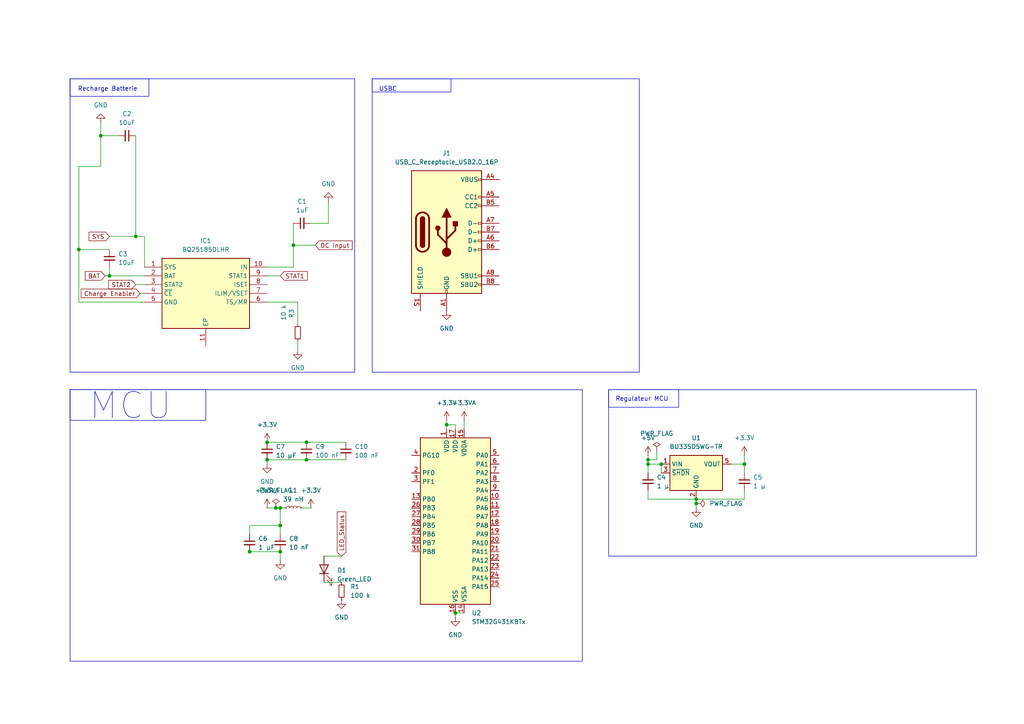
<source format=kicad_sch>
(kicad_sch (version 20231120) (generator "eeschema") (generator_version "8.0")
  (paper "A4")
  (title_block (title "PCB : Batterie Veste Lumineuse") (company "ENSEA") (comment 1 "Clément Servaes") (comment 2 "Léonard Navizet"))
  (lib_symbols
    (symbol "BQ25185DLHR:BQ25185DLHR"
      (property "Reference" "IC" (at 31.75 7.62 0))
      (property "Value" "BQ25185DLHR" (at 31.75 5.08 0))
      (symbol "BQ25185DLHR_1_1"
        (rectangle (start 5.08 2.54) (end 30.48 -17.78) (stroke (width 0.254)) (fill (type background)))
        (pin passive line (at 0 0 0) (length 5.08) (name "SYS") (number "1"))
        (pin passive line (at 35.56 0 180) (length 5.08) (name "IN") (number "10"))
        (pin passive line (at 17.78 -22.86 90) (length 5.08) (name "EP") (number "11"))
        (pin passive line (at 0 -2.54 0) (length 5.08) (name "BAT") (number "2"))
        (pin passive line (at 0 -5.08 0) (length 5.08) (name "STAT2") (number "3"))
        (pin passive line (at 0 -7.62 0) (length 5.08) (name "~{CE}") (number "4"))
        (pin passive line (at 0 -10.16 0) (length 5.08) (name "GND") (number "5"))
        (pin passive line (at 35.56 -10.16 180) (length 5.08) (name "TS/MR") (number "6"))
        (pin passive line (at 35.56 -7.62 180) (length 5.08) (name "ILIM/VSET") (number "7"))
        (pin passive line (at 35.56 -5.08 180) (length 5.08) (name "ISET") (number "8"))
        (pin passive line (at 35.56 -2.54 180) (length 5.08) (name "STAT1") (number "9"))
      )
    )
    (symbol "Connector:USB_C_Receptacle_USB2.0_16P" (pin_names (offset 1.016))
      (property "Reference" "J" (at 0 22.225 0))
      (property "Value" "USB_C_Receptacle_USB2.0_16P" (at 0 19.685 0))
      (symbol "USB_C_Receptacle_USB2.0_16P_0_0"
        (rectangle (start -0.254 -17.78) (end 0.254 -16.764))
        (rectangle (start 10.16 -14.986) (end 9.144 -15.494))
        (rectangle (start 10.16 -12.446) (end 9.144 -12.954))
        (rectangle (start 10.16 -4.826) (end 9.144 -5.334))
        (rectangle (start 10.16 -2.286) (end 9.144 -2.794))
        (rectangle (start 10.16 0.254) (end 9.144 -0.254))
        (rectangle (start 10.16 2.794) (end 9.144 2.286))
        (rectangle (start 10.16 7.874) (end 9.144 7.366))
        (rectangle (start 10.16 10.414) (end 9.144 9.906))
        (rectangle (start 10.16 15.494) (end 9.144 14.986))
      )
      (symbol "USB_C_Receptacle_USB2.0_16P_0_1"
        (rectangle (start -10.16 17.78) (end 10.16 -17.78) (stroke (width 0.254)) (fill (type background)))
        (arc (start -8.89 -3.81) (mid -6.985 -5.7067) (end -5.08 -3.81) (stroke (width 0.508)))
        (arc (start -7.62 -3.81) (mid -6.985 -4.4423) (end -6.35 -3.81) (stroke (width 0.254)))
        (arc (start -7.62 -3.81) (mid -6.985 -4.4423) (end -6.35 -3.81) (stroke (width 0.254)) (fill (type outline)))
        (rectangle (start -7.62 -3.81) (end -6.35 3.81) (stroke (width 0.254)) (fill (type outline)))
        (arc (start -6.35 3.81) (mid -6.985 4.4423) (end -7.62 3.81) (stroke (width 0.254)))
        (arc (start -6.35 3.81) (mid -6.985 4.4423) (end -7.62 3.81) (stroke (width 0.254)) (fill (type outline)))
        (arc (start -5.08 3.81) (mid -6.985 5.7067) (end -8.89 3.81) (stroke (width 0.508)))
        (circle (center -2.54 1.143) (radius 0.635) (stroke (width 0.254)) (fill (type outline)))
        (circle (center 0 -5.842) (radius 1.27) (fill (type outline)))
        (polyline (pts (xy -8.89 -3.81) (xy -8.89 3.81)) (stroke (width 0.508)))
        (polyline (pts (xy -5.08 3.81) (xy -5.08 -3.81)) (stroke (width 0.508)))
        (polyline (pts (xy 0 -5.842) (xy 0 4.318)) (stroke (width 0.508)))
        (polyline (pts (xy 0 -3.302) (xy -2.54 -0.762) (xy -2.54 0.508)) (stroke (width 0.508)))
        (polyline (pts (xy 0 -2.032) (xy 2.54 0.508) (xy 2.54 1.778)) (stroke (width 0.508)))
        (polyline (pts (xy -1.27 4.318) (xy 0 6.858) (xy 1.27 4.318) (xy -1.27 4.318)) (stroke (width 0.254)) (fill (type outline)))
        (rectangle (start 1.905 1.778) (end 3.175 3.048) (stroke (width 0.254)) (fill (type outline)))
      )
      (symbol "USB_C_Receptacle_USB2.0_16P_1_1"
        (pin passive line (at 0 -22.86 90) (length 5.08) (name "GND") (number "A1"))
        (pin passive line (at 0 -22.86 90) (length 5.08) hide (name "GND") (number "A12"))
        (pin passive line (at 15.24 15.24 180) (length 5.08) (name "VBUS") (number "A4"))
        (pin bidirectional line (at 15.24 10.16 180) (length 5.08) (name "CC1") (number "A5"))
        (pin bidirectional line (at 15.24 -2.54 180) (length 5.08) (name "D+") (number "A6"))
        (pin bidirectional line (at 15.24 2.54 180) (length 5.08) (name "D-") (number "A7"))
        (pin bidirectional line (at 15.24 -12.7 180) (length 5.08) (name "SBU1") (number "A8"))
        (pin passive line (at 15.24 15.24 180) (length 5.08) hide (name "VBUS") (number "A9"))
        (pin passive line (at 0 -22.86 90) (length 5.08) hide (name "GND") (number "B1"))
        (pin passive line (at 0 -22.86 90) (length 5.08) hide (name "GND") (number "B12"))
        (pin passive line (at 15.24 15.24 180) (length 5.08) hide (name "VBUS") (number "B4"))
        (pin bidirectional line (at 15.24 7.62 180) (length 5.08) (name "CC2") (number "B5"))
        (pin bidirectional line (at 15.24 -5.08 180) (length 5.08) (name "D+") (number "B6"))
        (pin bidirectional line (at 15.24 0 180) (length 5.08) (name "D-") (number "B7"))
        (pin bidirectional line (at 15.24 -15.24 180) (length 5.08) (name "SBU2") (number "B8"))
        (pin passive line (at 15.24 15.24 180) (length 5.08) hide (name "VBUS") (number "B9"))
        (pin passive line (at -7.62 -22.86 90) (length 5.08) (name "SHIELD") (number "S1"))
      )
    )
    (symbol "Device:C_Small" (pin_numbers hide) (pin_names (offset 0.254) hide)
      (property "Reference" "C" (at 0.254 1.778 0))
      (property "Value" "C_Small" (at 0.254 -2.032 0))
      (symbol "C_Small_0_1"
        (polyline (pts (xy -1.524 -0.508) (xy 1.524 -0.508)) (stroke (width 0.3302)))
        (polyline (pts (xy -1.524 0.508) (xy 1.524 0.508)) (stroke (width 0.3048)))
      )
      (symbol "C_Small_1_1"
        (pin passive line (at 0 2.54 270) (length 2.032) (name "~") (number "1"))
        (pin passive line (at 0 -2.54 90) (length 2.032) (name "~") (number "2"))
      )
    )
    (symbol "Device:LED" (pin_numbers hide) (pin_names (offset 1.016) hide)
      (property "Reference" "D" (at -2.54 0 90))
      (property "Value" "LED" (at 2.54 0 90))
      (symbol "LED_0_1"
        (polyline (pts (xy 0 -1.27) (xy 0 1.27)))
        (polyline (pts (xy 1.27 -1.27) (xy -1.27 -1.27)) (stroke (width 0.254)))
        (polyline (pts (xy 1.27 1.27) (xy -1.27 1.27) (xy 0 -1.27) (xy 1.27 1.27)) (stroke (width 0.254)))
        (polyline (pts (xy 0.762 -3.048) (xy 2.286 -4.572) (xy 2.286 -3.81) (xy 2.286 -4.572) (xy 1.524 -4.572)))
        (polyline (pts (xy 0.762 -1.778) (xy 2.286 -3.302) (xy 2.286 -2.54) (xy 2.286 -3.302) (xy 1.524 -3.302)))
      )
      (symbol "LED_1_1"
        (pin passive line (at 0 -3.81 90) (length 2.54) (name "K") (number "1"))
        (pin passive line (at 0 3.81 270) (length 2.54) (name "A") (number "2"))
      )
    )
    (symbol "Device:L_Small" (pin_numbers hide) (pin_names (offset 0.254) hide)
      (property "Reference" "L" (at 16.764 -3.048 90))
      (property "Value" "L_Small" (at 18.796 -3.048 90))
      (symbol "L_Small_0_1"
        (arc (start 16.764 -3.81) (mid 16.256 -3.3042) (end 15.748 -3.81))
        (arc (start 17.78 -3.81) (mid 17.272 -3.3042) (end 16.764 -3.81))
        (arc (start 18.796 -3.81) (mid 18.288 -3.3042) (end 17.78 -3.81))
        (arc (start 19.812 -3.81) (mid 19.304 -3.3042) (end 18.796 -3.81))
      )
      (symbol "L_Small_1_1"
        (pin passive line (at 15.24 -3.81 0) (length 0.508) (name "~") (number "1"))
        (pin passive line (at 20.32 -3.81 180) (length 0.508) (name "~") (number "2"))
      )
    )
    (symbol "Device:R_Small" (pin_numbers hide) (pin_names (offset 0.254) hide)
      (property "Reference" "R" (at 0.762 0.508 0))
      (property "Value" "R_Small" (at 0.762 -1.016 0))
      (symbol "R_Small_0_1"
        (rectangle (start -0.762 1.778) (end 0.762 -1.778) (stroke (width 0.2032)))
      )
      (symbol "R_Small_1_1"
        (pin passive line (at 0 2.54 270) (length 0.762) (name "~") (number "1"))
        (pin passive line (at 0 -2.54 90) (length 0.762) (name "~") (number "2"))
      )
    )
    (symbol "MCU_ST_STM32G4:STM32G431KBTx"
      (property "Reference" "U" (at -10.16 26.67 0))
      (property "Value" "STM32G431KBTx" (at 5.08 26.67 0))
      (symbol "STM32G431KBTx_0_1"
        (rectangle (start -10.16 -22.86) (end 10.16 25.4) (stroke (width 0.254)) (fill (type background)))
      )
      (symbol "STM32G431KBTx_1_1"
        (pin power_in line (at -2.54 27.94 270) (length 2.54) (name "VDD") (number "1"))
        (pin bidirectional line (at 12.7 7.62 180) (length 2.54) (name "PA5") (number "10"))
        (pin bidirectional line (at 12.7 5.08 180) (length 2.54) (name "PA6") (number "11"))
        (pin bidirectional line (at 12.7 2.54 180) (length 2.54) (name "PA7") (number "12"))
        (pin bidirectional line (at -12.7 7.62 0) (length 2.54) (name "PB0") (number "13"))
        (pin power_in line (at 2.54 -25.4 90) (length 2.54) (name "VSSA") (number "14"))
        (pin power_in line (at 2.54 27.94 270) (length 2.54) (name "VDDA") (number "15"))
        (pin power_in line (at 0 -25.4 90) (length 2.54) (name "VSS") (number "16"))
        (pin power_in line (at 0 27.94 270) (length 2.54) (name "VDD") (number "17"))
        (pin bidirectional line (at 12.7 0 180) (length 2.54) (name "PA8") (number "18"))
        (pin bidirectional line (at 12.7 -2.54 180) (length 2.54) (name "PA9") (number "19"))
        (pin bidirectional line (at -12.7 15.24 0) (length 2.54) (name "PF0") (number "2"))
        (pin bidirectional line (at 12.7 -5.08 180) (length 2.54) (name "PA10") (number "20"))
        (pin bidirectional line (at 12.7 -7.62 180) (length 2.54) (name "PA11") (number "21"))
        (pin bidirectional line (at 12.7 -10.16 180) (length 2.54) (name "PA12") (number "22"))
        (pin bidirectional line (at 12.7 -12.7 180) (length 2.54) (name "PA13") (number "23"))
        (pin bidirectional line (at 12.7 -15.24 180) (length 2.54) (name "PA14") (number "24"))
        (pin bidirectional line (at 12.7 -17.78 180) (length 2.54) (name "PA15") (number "25"))
        (pin bidirectional line (at -12.7 5.08 0) (length 2.54) (name "PB3") (number "26"))
        (pin bidirectional line (at -12.7 2.54 0) (length 2.54) (name "PB4") (number "27"))
        (pin bidirectional line (at -12.7 0 0) (length 2.54) (name "PB5") (number "28"))
        (pin bidirectional line (at -12.7 -2.54 0) (length 2.54) (name "PB6") (number "29"))
        (pin bidirectional line (at -12.7 12.7 0) (length 2.54) (name "PF1") (number "3"))
        (pin bidirectional line (at -12.7 -5.08 0) (length 2.54) (name "PB7") (number "30"))
        (pin bidirectional line (at -12.7 -7.62 0) (length 2.54) (name "PB8") (number "31"))
        (pin passive line (at 0 -25.4 90) (length 2.54) hide (name "VSS") (number "32"))
        (pin bidirectional line (at -12.7 20.32 0) (length 2.54) (name "PG10") (number "4"))
        (pin bidirectional line (at 12.7 20.32 180) (length 2.54) (name "PA0") (number "5"))
        (pin bidirectional line (at 12.7 17.78 180) (length 2.54) (name "PA1") (number "6"))
        (pin bidirectional line (at 12.7 15.24 180) (length 2.54) (name "PA2") (number "7"))
        (pin bidirectional line (at 12.7 12.7 180) (length 2.54) (name "PA3") (number "8"))
        (pin bidirectional line (at 12.7 10.16 180) (length 2.54) (name "PA4") (number "9"))
      )
    )
    (symbol "Regulator_Linear:MCP1802x-xx02xOT"
      (property "Reference" "U" (at -6.35 6.35 0))
      (property "Value" "MCP1802x-xx02xOT" (at 0 6.35 0))
      (symbol "MCP1802x-xx02xOT_0_1"
        (rectangle (start -7.62 5.08) (end 7.62 -5.08) (stroke (width 0.254)) (fill (type background)))
      )
      (symbol "MCP1802x-xx02xOT_1_1"
        (pin power_in line (at -10.16 2.54 0) (length 2.54) (name "VIN") (number "1"))
        (pin power_in line (at 0 -7.62 90) (length 2.54) (name "GND") (number "2"))
        (pin input line (at -10.16 0 0) (length 2.54) (name "~{SHDN}") (number "3"))
        (pin no_connect line (at 7.62 0 180) (length 2.54) hide (name "NC") (number "4"))
        (pin power_out line (at 10.16 2.54 180) (length 2.54) (name "VOUT") (number "5"))
      )
    )
    (symbol "power:+3.3V" (power) (pin_numbers hide) (pin_names (offset 0) hide)
      (property "Value" "+3.3V" (at 0 3.556 0))
      (symbol "+3.3V_0_1"
        (polyline (pts (xy -0.762 1.27) (xy 0 2.54)))
        (polyline (pts (xy 0 0) (xy 0 2.54)))
        (polyline (pts (xy 0 2.54) (xy 0.762 1.27)))
      )
      (symbol "+3.3V_1_1"
        (pin power_in line (at 0 0 90) (length 0) (name "~") (number "1"))
      )
    )
    (symbol "power:+3.3VA" (power) (pin_numbers hide) (pin_names (offset 0) hide)
      (property "Value" "+3.3VA" (at 0 3.556 0))
      (symbol "+3.3VA_0_1"
        (polyline (pts (xy -0.762 1.27) (xy 0 2.54)))
        (polyline (pts (xy 0 0) (xy 0 2.54)))
        (polyline (pts (xy 0 2.54) (xy 0.762 1.27)))
      )
      (symbol "+3.3VA_1_1"
        (pin power_in line (at 0 0 90) (length 0) (name "~") (number "1"))
      )
    )
    (symbol "power:+5V" (power) (pin_numbers hide) (pin_names (offset 0) hide)
      (property "Value" "+5V" (at 0 3.556 0))
      (symbol "+5V_0_1"
        (polyline (pts (xy -0.762 1.27) (xy 0 2.54)))
        (polyline (pts (xy 0 0) (xy 0 2.54)))
        (polyline (pts (xy 0 2.54) (xy 0.762 1.27)))
      )
      (symbol "+5V_1_1"
        (pin power_in line (at 0 0 90) (length 0) (name "~") (number "1"))
      )
    )
    (symbol "power:GND" (power) (pin_numbers hide) (pin_names (offset 0) hide)
      (property "Value" "GND" (at 0 -3.81 0))
      (symbol "GND_0_1"
        (polyline (pts (xy 0 0) (xy 0 -1.27) (xy 1.27 -1.27) (xy 0 -2.54) (xy -1.27 -1.27) (xy 0 -1.27)))
      )
      (symbol "GND_1_1"
        (pin power_in line (at 0 0 270) (length 0) (name "~") (number "1"))
      )
    )
    (symbol "power:PWR_FLAG" (power) (pin_numbers hide) (pin_names (offset 0) hide)
      (property "Value" "PWR_FLAG" (at 0 3.81 0))
      (symbol "PWR_FLAG_0_0"
        (pin power_out line (at 0 0 90) (length 0) (name "~") (number "1"))
      )
      (symbol "PWR_FLAG_0_1"
        (polyline (pts (xy 0 0) (xy 0 1.27) (xy -1.016 1.905) (xy 0 2.54) (xy 1.016 1.905) (xy 0 1.27)))
      )
    )
  )
  (junction (at 201.93 144.78))
  (junction (at 81.28 147.32))
  (junction (at 29.21 39.37))
  (junction (at 88.9 128.27))
  (junction (at 80.01 147.32))
  (junction (at 191.77 134.62))
  (junction (at 88.9 133.35))
  (junction (at 187.96 133.35))
  (junction (at 81.28 160.02))
  (junction (at 187.96 134.62))
  (junction (at 201.93 146.05))
  (junction (at 31.75 80.01))
  (junction (at 81.28 152.4))
  (junction (at 39.37 68.58))
  (junction (at 77.47 128.27))
  (junction (at 77.47 133.35))
  (junction (at 85.09 71.12))
  (junction (at 129.54 123.19))
  (junction (at 72.39 160.02))
  (junction (at 22.86 72.39))
  (junction (at 215.9 134.62))
  (junction (at 132.08 177.8))
  (wire (pts (xy 129.54 121.92) (xy 129.54 123.19)))
  (wire (pts (xy 86.36 87.63) (xy 86.36 93.98)))
  (wire (pts (xy 77.47 77.47) (xy 85.09 77.47)))
  (wire (pts (xy 77.47 80.01) (xy 81.28 80.01)))
  (wire (pts (xy 190.5 130.81) (xy 190.5 133.35)))
  (wire (pts (xy 191.77 134.62) (xy 187.96 134.62)))
  (wire (pts (xy 187.96 144.78) (xy 187.96 142.24)))
  (wire (pts (xy 39.37 68.58) (xy 41.91 68.58)))
  (wire (pts (xy 132.08 123.19) (xy 132.08 124.46)))
  (wire (pts (xy 85.09 77.47) (xy 85.09 71.12)))
  (wire (pts (xy 215.9 144.78) (xy 201.93 144.78)))
  (wire (pts (xy 187.96 134.62) (xy 187.96 137.16)))
  (wire (pts (xy 129.54 123.19) (xy 132.08 123.19)))
  (wire (pts (xy 88.9 133.35) (xy 100.33 133.35)))
  (wire (pts (xy 215.9 132.08) (xy 215.9 134.62)))
  (wire (pts (xy 77.47 133.35) (xy 77.47 134.62)))
  (wire (pts (xy 77.47 133.35) (xy 88.9 133.35)))
  (wire (pts (xy 77.47 128.27) (xy 88.9 128.27)))
  (wire (pts (xy 29.21 48.26) (xy 29.21 39.37)))
  (wire (pts (xy 134.62 121.92) (xy 134.62 124.46)))
  (wire (pts (xy 22.86 72.39) (xy 31.75 72.39)))
  (wire (pts (xy 88.9 128.27) (xy 100.33 128.27)))
  (wire (pts (xy 31.75 68.58) (xy 39.37 68.58)))
  (wire (pts (xy 30.48 80.01) (xy 31.75 80.01)))
  (wire (pts (xy 215.9 142.24) (xy 215.9 144.78)))
  (wire (pts (xy 81.28 160.02) (xy 81.28 162.56)))
  (wire (pts (xy 72.39 158.75) (xy 72.39 160.02)))
  (wire (pts (xy 31.75 80.01) (xy 41.91 80.01)))
  (wire (pts (xy 215.9 134.62) (xy 212.09 134.62)))
  (wire (pts (xy 39.37 82.55) (xy 41.91 82.55)))
  (wire (pts (xy 22.86 87.63) (xy 41.91 87.63)))
  (wire (pts (xy 22.86 48.26) (xy 29.21 48.26)))
  (wire (pts (xy 81.28 154.94) (xy 81.28 152.4)))
  (wire (pts (xy 87.63 147.32) (xy 90.17 147.32)))
  (wire (pts (xy 132.08 177.8) (xy 134.62 177.8)))
  (wire (pts (xy 93.98 161.29) (xy 99.06 161.29)))
  (wire (pts (xy 95.25 58.42) (xy 95.25 64.77)))
  (wire (pts (xy 132.08 177.8) (xy 132.08 179.07)))
  (wire (pts (xy 86.36 87.63) (xy 77.47 87.63)))
  (wire (pts (xy 129.54 123.19) (xy 129.54 124.46)))
  (wire (pts (xy 81.28 152.4) (xy 81.28 147.32)))
  (wire (pts (xy 80.01 147.32) (xy 81.28 147.32)))
  (wire (pts (xy 201.93 147.32) (xy 201.93 146.05)))
  (wire (pts (xy 187.96 132.08) (xy 187.96 133.35)))
  (wire (pts (xy 91.44 71.12) (xy 85.09 71.12)))
  (wire (pts (xy 72.39 160.02) (xy 81.28 160.02)))
  (wire (pts (xy 22.86 72.39) (xy 22.86 87.63)))
  (wire (pts (xy 191.77 134.62) (xy 191.77 137.16)))
  (wire (pts (xy 201.93 144.78) (xy 187.96 144.78)))
  (wire (pts (xy 86.36 99.06) (xy 86.36 101.6)))
  (wire (pts (xy 187.96 133.35) (xy 187.96 134.62)))
  (wire (pts (xy 22.86 48.26) (xy 22.86 72.39)))
  (wire (pts (xy 31.75 77.47) (xy 31.75 80.01)))
  (wire (pts (xy 29.21 39.37) (xy 29.21 35.56)))
  (wire (pts (xy 215.9 134.62) (xy 215.9 137.16)))
  (wire (pts (xy 40.64 85.09) (xy 41.91 85.09)))
  (wire (pts (xy 190.5 133.35) (xy 187.96 133.35)))
  (wire (pts (xy 39.37 39.37) (xy 39.37 68.58)))
  (wire (pts (xy 93.98 168.91) (xy 99.06 168.91)))
  (wire (pts (xy 81.28 152.4) (xy 72.39 152.4)))
  (wire (pts (xy 201.93 146.05) (xy 201.93 144.78)))
  (wire (pts (xy 72.39 152.4) (xy 72.39 154.94)))
  (wire (pts (xy 95.25 64.77) (xy 90.17 64.77)))
  (wire (pts (xy 29.21 39.37) (xy 34.29 39.37)))
  (wire (pts (xy 41.91 68.58) (xy 41.91 77.47)))
  (wire (pts (xy 85.09 71.12) (xy 85.09 64.77)))
  (wire (pts (xy 82.55 147.32) (xy 81.28 147.32)))
  (wire (pts (xy 77.47 147.32) (xy 80.01 147.32)))
  (rectangle (start 107.95 22.86) (end 130.81 26.67))
  (rectangle (start 176.53 113.03) (end 196.85 118.11))
  (rectangle (start 176.53 113.03) (end 283.21 161.29))
  (rectangle (start 107.95 22.86) (end 185.42 107.95))
  (rectangle (start 20.32 113.03) (end 59.69 121.92))
  (rectangle (start 20.32 113.03) (end 168.91 191.77))
  (rectangle (start 20.32 22.86) (end 102.87 107.95))
  (rectangle (start 20.32 22.86) (end 43.18 27.94))
  (text "MCU\n" (at 37.846 117.856 0) (effects (font (size 7.62 7.62))))
  (text "Recharge Batterie" (at 31.242 25.908 0) (effects (font (size 1.27 1.27))))
  (text "USBC" (at 112.522 25.908 0) (effects (font (size 1.27 1.27))))
  (text "Regulateur MCU\n" (at 186.182 115.824 0) (effects (font (size 1.27 1.27))))
  (global_label "LED_Status" (shape input) (at 99.06 161.29 90) (property "Intersheetrefs" "${INTERSHEET_REFS}" (effects (hide yes))))
  (global_label "DC Input" (shape input) (at 91.44 71.12 0) (property "Intersheetrefs" "${INTERSHEET_REFS}" (effects (hide yes))))
  (global_label "STAT1" (shape input) (at 81.28 80.01 0) (property "Intersheetrefs" "${INTERSHEET_REFS}" (effects (hide yes))))
  (global_label "BAT" (shape input) (at 30.48 80.01 180) (property "Intersheetrefs" "${INTERSHEET_REFS}" (effects (hide yes))))
  (global_label "SYS" (shape input) (at 31.75 68.58 180) (property "Intersheetrefs" "${INTERSHEET_REFS}" (effects (hide yes))))
  (global_label "STAT2" (shape input) (at 39.37 82.55 180) (property "Intersheetrefs" "${INTERSHEET_REFS}" (effects (hide yes))))
  (global_label "Charge Enabler" (shape input) (at 40.64 85.09 180) (property "Intersheetrefs" "${INTERSHEET_REFS}" (effects (hide yes))))
  (symbol (lib_id "power:PWR_FLAG") (at 190.5 130.81 0) (unit 1)
    (property "Reference" "#FLG01" (effects (hide yes)))
    (property "Value" "PWR_FLAG" (at 190.5 125.73 0))
    (property "Description" "Special symbol for telling ERC where power comes from" (effects (hide yes)))
  )
  (symbol (lib_id "power:GND") (at 129.54 90.17 0) (unit 1)
    (property "Reference" "#PWR018" (effects (hide yes)))
    (property "Value" "GND" (at 129.54 95.25 0))
    (property "Description" "Power symbol creates a global label with name \"GND\" , ground" (effects (hide yes)))
  )
  (symbol (lib_id "Device:C_Small") (at 81.28 157.48 0) (unit 1)
    (property "Reference" "C8" (at 83.82 156.2162 0) (effects (justify left)))
    (property "Value" "10 nF" (at 83.82 158.7562 0) (effects (justify left)))
    (property "Footprint" "Capacitor_SMD:C_0603_1608Metric_Pad1.08x0.95mm_HandSolder" (effects (hide yes)))
    (property "Description" "Unpolarized capacitor, small symbol" (effects (hide yes)))
  )
  (symbol (lib_id "MCU_ST_STM32G4:STM32G431KBTx") (at 132.08 152.4 0) (unit 1)
    (property "Reference" "U2" (at 136.8141 177.8 0) (effects (justify left)))
    (property "Value" "STM32G431KBTx" (at 136.8141 180.34 0) (effects (justify left)))
    (property "Footprint" "Package_QFP:LQFP-32_7x7mm_P0.8mm" (effects (hide yes)))
    (property "Datasheet" "https://www.st.com/resource/en/datasheet/stm32g431kb.pdf" (effects (hide yes)))
    (property "Description" "STMicroelectronics Arm Cortex-M4 MCU, 128KB flash, 32KB RAM, 170 MHz, 1.71-3.6V, 26 GPIO, LQFP32" (effects (hide yes)))
  )
  (symbol (lib_id "Device:C_Small") (at 87.63 64.77 90) (unit 1)
    (property "Reference" "C1" (at 87.6363 58.42 90))
    (property "Value" "1uF" (at 87.6363 60.96 90))
    (property "Description" "Unpolarized capacitor, small symbol" (effects (hide yes)))
  )
  (symbol (lib_id "power:+3.3V") (at 129.54 121.92 0) (unit 1)
    (property "Reference" "#PWR014" (effects (hide yes)))
    (property "Value" "+3.3V" (at 129.54 116.84 0))
    (property "Description" "Power symbol creates a global label with name \"+3.3V\"" (effects (hide yes)))
  )
  (symbol (lib_id "power:GND") (at 77.47 134.62 0) (unit 1)
    (property "Reference" "#PWR07" (effects (hide yes)))
    (property "Value" "GND" (at 77.47 139.7 0))
    (property "Description" "Power symbol creates a global label with name \"GND\" , ground" (effects (hide yes)))
  )
  (symbol (lib_id "BQ25185DLHR:BQ25185DLHR") (at 41.91 77.47 0) (unit 1)
    (property "Reference" "IC1" (at 59.69 69.85 0))
    (property "Value" "BQ25185DLHR" (at 59.69 72.39 0))
    (property "Datasheet" "https://www.ti.com/lit/ds/symlink/bq25185.pdf?ts=1706857561339&ref_url=https%253A%252F%252Fwww.ti.com%252Fproduct%252FBQ25185" (effects (hide yes)))
    (property "Description" "Battery Management NPI  1-CELL 1A STANDALONE LNR HRGR" (effects (hide yes)))
    (property "Height" "0.8" (effects (hide yes)))
    (property "Manufacturer_Name" "Texas Instruments" (effects (hide yes)))
    (property "Manufacturer_Part_Number" "BQ25185DLHR" (effects (hide yes)))
    (property "Mouser Part Number" "595-BQ25185DLHR" (effects (hide yes)))
    (property "Mouser Price/Stock" "https://www.mouser.co.uk/ProductDetail/Texas-Instruments/BQ25185DLHR?qs=Z%252BL2brAPG1IbO%2FV3RqsaPw%3D%3D" (effects (hide yes)))
  )
  (symbol (lib_id "power:+3.3VA") (at 77.47 147.32 0) (unit 1)
    (property "Reference" "#PWR08" (effects (hide yes)))
    (property "Value" "+3.3VA" (at 77.47 142.24 0))
    (property "Description" "Power symbol creates a global label with name \"+3.3VA\"" (effects (hide yes)))
  )
  (symbol (lib_id "Device:C_Small") (at 72.39 157.48 0) (unit 1)
    (property "Reference" "C6" (at 74.93 156.2162 0) (effects (justify left)))
    (property "Value" "1 µF" (at 74.93 158.7562 0) (effects (justify left)))
    (property "Footprint" "Capacitor_SMD:C_0603_1608Metric_Pad1.08x0.95mm_HandSolder" (effects (hide yes)))
    (property "Description" "Unpolarized capacitor, small symbol" (effects (hide yes)))
  )
  (symbol (lib_id "power:GND") (at 201.93 147.32 0) (unit 1)
    (property "Reference" "#PWR04" (effects (hide yes)))
    (property "Value" "GND" (at 201.93 152.4 0))
    (property "Description" "Power symbol creates a global label with name \"GND\" , ground" (effects (hide yes)))
  )
  (symbol (lib_id "Device:C_Small") (at 31.75 74.93 0) (mirror y) (unit 1)
    (property "Reference" "C3" (at 34.29 73.6662 0) (effects (justify right)))
    (property "Value" "10uF" (at 34.29 76.2062 0) (effects (justify right)))
    (property "Description" "Unpolarized capacitor, small symbol" (effects (hide yes)))
  )
  (symbol (lib_id "power:GND") (at 81.28 162.56 0) (unit 1)
    (property "Reference" "#PWR09" (effects (hide yes)))
    (property "Value" "GND" (at 81.28 167.64 0))
    (property "Description" "Power symbol creates a global label with name \"GND\" , ground" (effects (hide yes)))
  )
  (symbol (lib_id "Device:R_Small") (at 86.36 96.52 0) (unit 1)
    (property "Reference" "R3" (at 84.582 90.932 90))
    (property "Value" "10 k" (at 82.296 90.678 90))
    (property "Description" "Resistor, small symbol" (effects (hide yes)))
  )
  (symbol (lib_id "power:GND") (at 29.21 35.56 180) (unit 1)
    (property "Reference" "#PWR02" (effects (hide yes)))
    (property "Value" "GND" (at 29.21 30.48 0))
    (property "Description" "Power symbol creates a global label with name \"GND\" , ground" (effects (hide yes)))
  )
  (symbol (lib_id "Device:L_Small") (at 67.31 143.51 0) (unit 1)
    (property "Reference" "L1" (at 85.09 142.24 0))
    (property "Value" "39 nH" (at 85.09 144.78 0))
    (property "Footprint" "Inductor_SMD:L_0603_1608Metric_Pad1.05x0.95mm_HandSolder" (effects (hide yes)))
    (property "Description" "Inductor, small symbol" (effects (hide yes)))
  )
  (symbol (lib_id "Device:R_Small") (at 99.06 171.45 0) (unit 1)
    (property "Reference" "R1" (at 101.6 170.1799 0) (effects (justify left)))
    (property "Value" "100 k" (at 101.6 172.7199 0) (effects (justify left)))
    (property "Footprint" "Resistor_SMD:R_0603_1608Metric_Pad0.98x0.95mm_HandSolder" (effects (hide yes)))
    (property "Description" "Resistor, small symbol" (effects (hide yes)))
  )
  (symbol (lib_id "Connector:USB_C_Receptacle_USB2.0_16P") (at 129.54 67.31 0) (unit 1)
    (property "Reference" "J1" (at 129.54 44.45 0))
    (property "Value" "USB_C_Receptacle_USB2.0_16P" (at 129.54 46.99 0))
    (property "Footprint" "Connector_USB:USB_C_Receptacle_HCTL_HC-TYPE-C-16P-01A" (effects (hide yes)))
    (property "Datasheet" "https://www.usb.org/sites/default/files/documents/usb_type-c.zip" (effects (hide yes)))
    (property "Description" "USB 2.0-only 16P Type-C Receptacle connector" (effects (hide yes)))
  )
  (symbol (lib_id "power:GND") (at 99.06 173.99 0) (unit 1)
    (property "Reference" "#PWR011" (effects (hide yes)))
    (property "Value" "GND" (at 99.06 179.07 0))
    (property "Description" "Power symbol creates a global label with name \"GND\" , ground" (effects (hide yes)))
  )
  (symbol (lib_id "power:PWR_FLAG") (at 201.93 146.05 270) (unit 1)
    (property "Reference" "#FLG02" (effects (hide yes)))
    (property "Value" "PWR_FLAG" (at 205.74 146.0499 90) (effects (justify left)))
    (property "Description" "Special symbol for telling ERC where power comes from" (effects (hide yes)))
  )
  (symbol (lib_id "Device:C_Small") (at 88.9 130.81 0) (unit 1)
    (property "Reference" "C9" (at 91.44 129.5462 0) (effects (justify left)))
    (property "Value" "100 nF" (at 91.44 132.0862 0) (effects (justify left)))
    (property "Footprint" "Capacitor_SMD:C_0603_1608Metric_Pad1.08x0.95mm_HandSolder" (effects (hide yes)))
    (property "Description" "Unpolarized capacitor, small symbol" (effects (hide yes)))
  )
  (symbol (lib_id "Regulator_Linear:MCP1802x-xx02xOT") (at 201.93 137.16 0) (unit 1)
    (property "Reference" "U1" (at 201.93 127 0))
    (property "Value" "BU33SD5WG-TR" (at 201.93 129.54 0))
    (property "Footprint" "Package_TO_SOT_SMD:SOT-23-5" (effects (hide yes)))
    (property "Datasheet" "http://ww1.microchip.com/downloads/en/DeviceDoc/22053C.pdf" (effects (hide yes)))
    (property "Description" "150mA, Tiny CMOS LDO With Shutdown, Fixed Voltage, SOT-23-5" (effects (hide yes)))
  )
  (symbol (lib_id "Device:C_Small") (at 36.83 39.37 270) (mirror x) (unit 1)
    (property "Reference" "C2" (at 36.8236 33.02 90))
    (property "Value" "10uF" (at 36.8236 35.56 90))
    (property "Description" "Unpolarized capacitor, small symbol" (effects (hide yes)))
  )
  (symbol (lib_id "power:GND") (at 86.36 101.6 0) (unit 1)
    (property "Reference" "#PWR017" (effects (hide yes)))
    (property "Value" "GND" (at 86.36 106.68 0))
    (property "Description" "Power symbol creates a global label with name \"GND\" , ground" (effects (hide yes)))
  )
  (symbol (lib_id "power:GND") (at 132.08 179.07 0) (unit 1)
    (property "Reference" "#PWR015" (effects (hide yes)))
    (property "Value" "GND" (at 132.08 184.15 0))
    (property "Description" "Power symbol creates a global label with name \"GND\" , ground" (effects (hide yes)))
  )
  (symbol (lib_id "power:GND") (at 95.25 58.42 0) (mirror x) (unit 1)
    (property "Reference" "#PWR01" (effects (hide yes)))
    (property "Value" "GND" (at 95.25 53.34 0))
    (property "Description" "Power symbol creates a global label with name \"GND\" , ground" (effects (hide yes)))
  )
  (symbol (lib_id "power:+5V") (at 187.96 132.08 0) (unit 1)
    (property "Reference" "#PWR03" (effects (hide yes)))
    (property "Value" "+5V" (at 187.96 127 0))
    (property "Description" "Power symbol creates a global label with name \"+5V\"" (effects (hide yes)))
  )
  (symbol (lib_id "power:+3.3V") (at 90.17 147.32 0) (unit 1)
    (property "Reference" "#PWR010" (effects (hide yes)))
    (property "Value" "+3.3V" (at 90.17 142.24 0))
    (property "Description" "Power symbol creates a global label with name \"+3.3V\"" (effects (hide yes)))
  )
  (symbol (lib_id "power:+3.3VA") (at 134.62 121.92 0) (unit 1)
    (property "Reference" "#PWR016" (effects (hide yes)))
    (property "Value" "+3.3VA" (at 134.62 116.84 0))
    (property "Description" "Power symbol creates a global label with name \"+3.3VA\"" (effects (hide yes)))
  )
  (symbol (lib_id "power:PWR_FLAG") (at 80.01 147.32 0) (unit 1)
    (property "Reference" "#FLG03" (effects (hide yes)))
    (property "Value" "PWR_FLAG" (at 80.01 142.24 0))
    (property "Description" "Special symbol for telling ERC where power comes from" (effects (hide yes)))
  )
  (symbol (lib_id "Device:C_Small") (at 77.47 130.81 0) (unit 1)
    (property "Reference" "C7" (at 80.01 129.5462 0) (effects (justify left)))
    (property "Value" "10 µF" (at 80.01 132.0862 0) (effects (justify left)))
    (property "Footprint" "Capacitor_SMD:C_0603_1608Metric_Pad1.08x0.95mm_HandSolder" (effects (hide yes)))
    (property "Description" "Unpolarized capacitor, small symbol" (effects (hide yes)))
  )
  (symbol (lib_id "power:+3.3V") (at 215.9 132.08 0) (unit 1)
    (property "Reference" "#PWR05" (effects (hide yes)))
    (property "Value" "+3.3V" (at 215.9 127 0))
    (property "Description" "Power symbol creates a global label with name \"+3.3V\"" (effects (hide yes)))
  )
  (symbol (lib_id "Device:LED") (at 93.98 165.1 0) (unit 1)
    (property "Reference" "D1" (at 97.79 165.4174 0) (effects (justify left)))
    (property "Value" "Green_LED" (at 97.79 167.9574 0) (effects (justify left)))
    (property "Footprint" "LED_SMD:LED_0603_1608Metric_Pad1.05x0.95mm_HandSolder" (effects (hide yes)))
    (property "Description" "Light emitting diode" (effects (hide yes)))
  )
  (symbol (lib_id "Device:C_Small") (at 215.9 139.7 0) (unit 1)
    (property "Reference" "C5" (at 218.44 138.4362 0) (effects (justify left)))
    (property "Value" "1 µ" (at 218.44 140.9762 0) (effects (justify left)))
    (property "Footprint" "Capacitor_SMD:C_0603_1608Metric_Pad1.08x0.95mm_HandSolder" (effects (hide yes)))
    (property "Description" "Unpolarized capacitor, small symbol" (effects (hide yes)))
  )
  (symbol (lib_id "Device:C_Small") (at 100.33 130.81 0) (unit 1)
    (property "Reference" "C10" (at 102.87 129.5462 0) (effects (justify left)))
    (property "Value" "100 nF" (at 102.87 132.0862 0) (effects (justify left)))
    (property "Footprint" "Capacitor_SMD:C_0603_1608Metric_Pad1.08x0.95mm_HandSolder" (effects (hide yes)))
    (property "Description" "Unpolarized capacitor, small symbol" (effects (hide yes)))
  )
  (symbol (lib_id "power:+3.3V") (at 77.47 128.27 0) (unit 1)
    (property "Reference" "#PWR06" (effects (hide yes)))
    (property "Value" "+3.3V" (at 77.47 123.19 0))
    (property "Description" "Power symbol creates a global label with name \"+3.3V\"" (effects (hide yes)))
  )
  (symbol (lib_id "Device:C_Small") (at 187.96 139.7 0) (unit 1)
    (property "Reference" "C4" (at 190.5 138.4362 0) (effects (justify left)))
    (property "Value" "1 µ" (at 190.5 140.9762 0) (effects (justify left)))
    (property "Footprint" "Capacitor_SMD:C_0603_1608Metric_Pad1.08x0.95mm_HandSolder" (effects (hide yes)))
    (property "Description" "Unpolarized capacitor, small symbol" (effects (hide yes)))
  )
)
</source>
